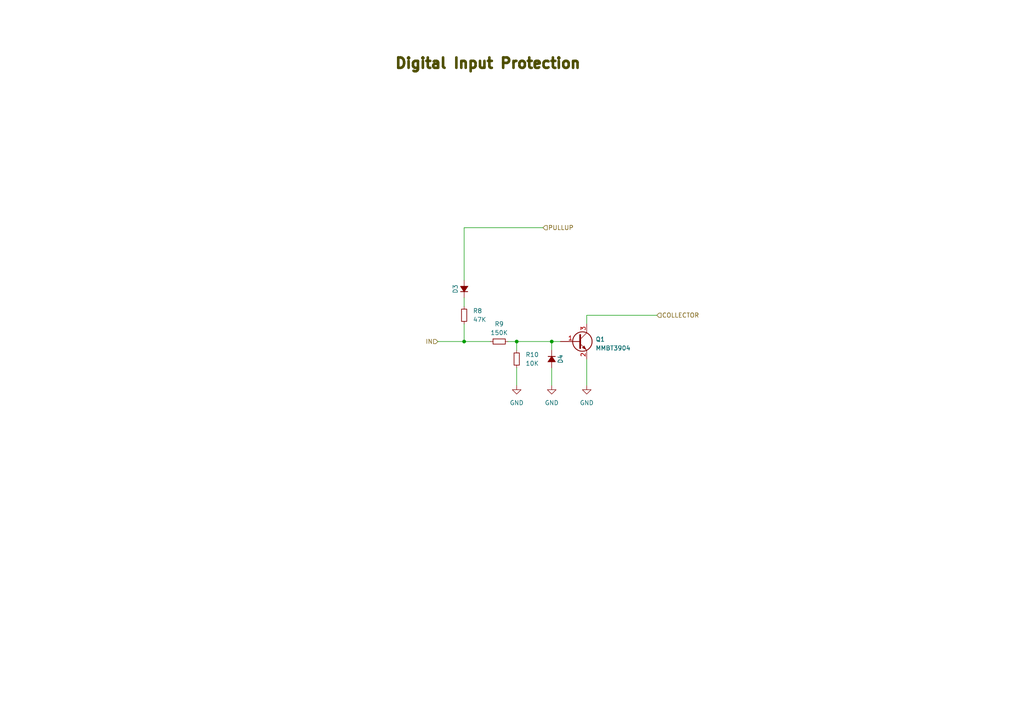
<source format=kicad_sch>
(kicad_sch (version 20230121) (generator eeschema)
  (paper "A4")
  (title_block (title "Digital Input Protection") (date "2023-06-29") (rev "R1"))
  (lib_symbols
    (symbol "Device:D_Small_Filled" (pin_numbers hide) (pin_names (offset 0.254) hide)
      (property "Reference" "D" (at -1.27 2.032 0))
      (property "Value" "D_Small_Filled" (at -3.81 -2.032 0))
      (property "Sim.Device" "D" (at 0 0 0))
      (property "Sim.Pins" "1=K 2=A" (at 0 0 0))
      (symbol "D_Small_Filled_0_1"
        (polyline (pts (xy -0.762 -1.016) (xy -0.762 1.016)) (stroke (width 0.254)))
        (polyline (pts (xy -0.762 0) (xy 0.762 0)))
        (polyline (pts (xy 0.762 -1.016) (xy -0.762 0) (xy 0.762 1.016) (xy 0.762 -1.016)) (stroke (width 0.254)) (fill (type outline)))
      )
      (symbol "D_Small_Filled_1_1"
        (pin passive line (at -2.54 0 0) (length 1.778) (name "K") (number "1"))
        (pin passive line (at 2.54 0 180) (length 1.778) (name "A") (number "2"))
      )
    )
    (symbol "Device:R_Small" (pin_numbers hide) (pin_names (offset 0.254) hide)
      (property "Reference" "R" (at 0.762 0.508 0))
      (property "Value" "R_Small" (at 0.762 -1.016 0))
      (symbol "R_Small_0_1"
        (rectangle (start -0.762 1.778) (end 0.762 -1.778) (stroke (width 0.2032)))
      )
      (symbol "R_Small_1_1"
        (pin passive line (at 0 2.54 270) (length 0.762) (name "~") (number "1"))
        (pin passive line (at 0 -2.54 90) (length 0.762) (name "~") (number "2"))
      )
    )
    (symbol "Transistor_BJT:MMBT3904" (pin_names (offset 0) hide)
      (property "Reference" "Q" (at 5.08 1.905 0))
      (property "Value" "MMBT3904" (at 5.08 0 0))
      (symbol "MMBT3904_0_1"
        (polyline (pts (xy 0.635 0.635) (xy 2.54 2.54)))
        (polyline (pts (xy 0.635 -0.635) (xy 2.54 -2.54) (xy 2.54 -2.54)))
        (polyline (pts (xy 0.635 1.905) (xy 0.635 -1.905) (xy 0.635 -1.905)) (stroke (width 0.508)))
        (polyline (pts (xy 1.27 -1.778) (xy 1.778 -1.27) (xy 2.286 -2.286) (xy 1.27 -1.778) (xy 1.27 -1.778)) (fill (type outline)))
        (circle (center 1.27 0) (radius 2.8194) (stroke (width 0.254)))
      )
      (symbol "MMBT3904_1_1"
        (pin input line (at -5.08 0 0) (length 5.715) (name "B") (number "1"))
        (pin passive line (at 2.54 -5.08 90) (length 2.54) (name "E") (number "2"))
        (pin passive line (at 2.54 5.08 270) (length 2.54) (name "C") (number "3"))
      )
    )
    (symbol "power:GND" (power) (pin_names (offset 0))
      (property "Value" "GND" (at 0 -3.81 0))
      (symbol "GND_0_1"
        (polyline (pts (xy 0 0) (xy 0 -1.27) (xy 1.27 -1.27) (xy 0 -2.54) (xy -1.27 -1.27) (xy 0 -1.27)))
      )
      (symbol "GND_1_1"
        (pin power_in line (at 0 0 270) (length 0) hide (name "GND") (number "1"))
      )
    )
  )
  (junction (at 160.02 99.06))
  (junction (at 149.86 99.06))
  (junction (at 134.62 99.06))
  (wire (pts (xy 147.32 99.06) (xy 149.86 99.06)))
  (wire (pts (xy 170.18 91.44) (xy 170.18 93.98)))
  (wire (pts (xy 149.86 106.68) (xy 149.86 111.76)))
  (wire (pts (xy 134.62 99.06) (xy 142.24 99.06)))
  (wire (pts (xy 134.62 66.04) (xy 134.62 81.28)))
  (wire (pts (xy 127 99.06) (xy 134.62 99.06)))
  (wire (pts (xy 149.86 99.06) (xy 160.02 99.06)))
  (wire (pts (xy 160.02 106.68) (xy 160.02 111.76)))
  (wire (pts (xy 170.18 91.44) (xy 190.5 91.44)))
  (wire (pts (xy 160.02 99.06) (xy 160.02 101.6)))
  (wire (pts (xy 134.62 66.04) (xy 157.48 66.04)))
  (wire (pts (xy 149.86 99.06) (xy 149.86 101.6)))
  (wire (pts (xy 170.18 104.14) (xy 170.18 111.76)))
  (wire (pts (xy 160.02 99.06) (xy 162.56 99.06)))
  (wire (pts (xy 134.62 93.98) (xy 134.62 99.06)))
  (wire (pts (xy 134.62 86.36) (xy 134.62 88.9)))
  (text "${TITLE}" (at 114.3 20.32 0) (effects (font (size 3 3) (thickness 0.8) bold) (justify left bottom)))
  (hierarchical_label "COLLECTOR" (shape input) (at 190.5 91.44 0))
  (hierarchical_label "IN" (shape input) (at 127 99.06 180))
  (hierarchical_label "PULLUP" (shape input) (at 157.48 66.04 0))
  (symbol (lib_id "Device:R_Small") (at 134.62 91.44 180) (unit 1)
    (property "Reference" "R8" (at 137.16 90.17 0) (effects (justify right)))
    (property "Value" "47K" (at 137.16 92.71 0) (effects (justify right)))
    (property "Footprint" "Resistor_SMD:R_0603_1608Metric" (effects hide))
    (instances (project "serial_io_expander" (path "" (reference "R8") (unit 1)) (path "" (reference "R15") (unit 1)) (path "" (reference "R18") (unit 1)) (path "" (reference "R21") (unit 1)) (path "" (reference "R24") (unit 1)) (path "" (reference "R27") (unit 1)) (path "" (reference "R30") (unit 1)) (path "" (reference "R36") (unit 1)) (path "" (reference "R39") (unit 1)) (path "" (reference "R42") (unit 1)) (path "" (reference "R45") (unit 1)) (path "" (reference "R48") (unit 1)) (path "" (reference "R51") (unit 1)) (path "" (reference "R54") (unit 1)) (path "" (reference "R60") (unit 1)) (path "" (reference "R63") (unit 1)) (path "" (reference "R66") (unit 1)) (path "" (reference "R69") (unit 1)) (path "" (reference "R33") (unit 1)) (path "" (reference "R57") (unit 1))))
  )
  (symbol (lib_id "power:GND") (at 149.86 111.76 0) (unit 1)
    (property "Reference" "#PWR0103" (effects hide))
    (property "Value" "GND" (at 149.86 116.84 0))
    (instances (project "serial_io_expander" (path "" (reference "#PWR0103") (unit 1)) (path "" (reference "#PWR0107") (unit 1)) (path "" (reference "#PWR0110") (unit 1)) (path "" (reference "#PWR0113") (unit 1)) (path "" (reference "#PWR0116") (unit 1)) (path "" (reference "#PWR0119") (unit 1)) (path "" (reference "#PWR0122") (unit 1)) (path "" (reference "#PWR0128") (unit 1)) (path "" (reference "#PWR0131") (unit 1)) (path "" (reference "#PWR0134") (unit 1)) (path "" (reference "#PWR0137") (unit 1)) (path "" (reference "#PWR0140") (unit 1)) (path "" (reference "#PWR0143") (unit 1)) (path "" (reference "#PWR0146") (unit 1)) (path "" (reference "#PWR0152") (unit 1)) (path "" (reference "#PWR0155") (unit 1)) (path "" (reference "#PWR0158") (unit 1)) (path "" (reference "#PWR0161") (unit 1)) (path "" (reference "#PWR0125") (unit 1)) (path "" (reference "#PWR0149") (unit 1))))
  )
  (symbol (lib_id "Device:D_Small_Filled") (at 134.62 83.82 90) (unit 1)
    (property "Reference" "D3" (at 132.08 83.82 0))
    (property "Value" "1N4148WX-TP" (effects hide))
    (property "Footprint" "Diode_SMD:D_SOD-323" (effects hide))
    (property "PartkeeprID" "60" (effects hide))
    (instances (project "serial_io_expander" (path "" (reference "D3") (unit 1)) (path "" (reference "D6") (unit 1)) (path "" (reference "D8") (unit 1)) (path "" (reference "D10") (unit 1)) (path "" (reference "D12") (unit 1)) (path "" (reference "D14") (unit 1)) (path "" (reference "D16") (unit 1)) (path "" (reference "D20") (unit 1)) (path "" (reference "D22") (unit 1)) (path "" (reference "D24") (unit 1)) (path "" (reference "D26") (unit 1)) (path "" (reference "D28") (unit 1)) (path "" (reference "D30") (unit 1)) (path "" (reference "D32") (unit 1)) (path "" (reference "D36") (unit 1)) (path "" (reference "D38") (unit 1)) (path "" (reference "D40") (unit 1)) (path "" (reference "D42") (unit 1)) (path "" (reference "D18") (unit 1)) (path "" (reference "D34") (unit 1))))
  )
  (symbol (lib_id "power:GND") (at 160.02 111.76 0) (unit 1)
    (property "Reference" "#PWR0102" (effects hide))
    (property "Value" "GND" (at 160.02 116.84 0))
    (instances (project "serial_io_expander" (path "" (reference "#PWR0102") (unit 1)) (path "" (reference "#PWR0106") (unit 1)) (path "" (reference "#PWR0109") (unit 1)) (path "" (reference "#PWR0112") (unit 1)) (path "" (reference "#PWR0115") (unit 1)) (path "" (reference "#PWR0118") (unit 1)) (path "" (reference "#PWR0121") (unit 1)) (path "" (reference "#PWR0127") (unit 1)) (path "" (reference "#PWR0130") (unit 1)) (path "" (reference "#PWR0133") (unit 1)) (path "" (reference "#PWR0136") (unit 1)) (path "" (reference "#PWR0139") (unit 1)) (path "" (reference "#PWR0142") (unit 1)) (path "" (reference "#PWR0145") (unit 1)) (path "" (reference "#PWR0151") (unit 1)) (path "" (reference "#PWR0154") (unit 1)) (path "" (reference "#PWR0157") (unit 1)) (path "" (reference "#PWR0160") (unit 1)) (path "" (reference "#PWR0124") (unit 1)) (path "" (reference "#PWR0148") (unit 1))))
  )
  (symbol (lib_id "Device:R_Small") (at 144.78 99.06 90) (unit 1)
    (property "Reference" "R9" (at 144.78 93.98 90))
    (property "Value" "150K" (at 144.78 96.52 90))
    (property "Footprint" "Resistor_SMD:R_0603_1608Metric" (effects hide))
    (instances (project "serial_io_expander" (path "" (reference "R9") (unit 1)) (path "" (reference "R16") (unit 1)) (path "" (reference "R19") (unit 1)) (path "" (reference "R22") (unit 1)) (path "" (reference "R25") (unit 1)) (path "" (reference "R28") (unit 1)) (path "" (reference "R31") (unit 1)) (path "" (reference "R37") (unit 1)) (path "" (reference "R40") (unit 1)) (path "" (reference "R43") (unit 1)) (path "" (reference "R46") (unit 1)) (path "" (reference "R49") (unit 1)) (path "" (reference "R52") (unit 1)) (path "" (reference "R55") (unit 1)) (path "" (reference "R61") (unit 1)) (path "" (reference "R64") (unit 1)) (path "" (reference "R67") (unit 1)) (path "" (reference "R70") (unit 1)) (path "" (reference "R34") (unit 1)) (path "" (reference "R58") (unit 1))))
  )
  (symbol (lib_id "Device:R_Small") (at 149.86 104.14 180) (unit 1)
    (property "Reference" "R10" (at 152.4 102.87 0) (effects (justify right)))
    (property "Value" "10K" (at 152.4 105.41 0) (effects (justify right)))
    (property "Footprint" "Resistor_SMD:R_0603_1608Metric" (effects hide))
    (instances (project "serial_io_expander" (path "" (reference "R10") (unit 1)) (path "" (reference "R17") (unit 1)) (path "" (reference "R20") (unit 1)) (path "" (reference "R23") (unit 1)) (path "" (reference "R26") (unit 1)) (path "" (reference "R29") (unit 1)) (path "" (reference "R32") (unit 1)) (path "" (reference "R38") (unit 1)) (path "" (reference "R41") (unit 1)) (path "" (reference "R44") (unit 1)) (path "" (reference "R47") (unit 1)) (path "" (reference "R50") (unit 1)) (path "" (reference "R53") (unit 1)) (path "" (reference "R56") (unit 1)) (path "" (reference "R62") (unit 1)) (path "" (reference "R65") (unit 1)) (path "" (reference "R68") (unit 1)) (path "" (reference "R71") (unit 1)) (path "" (reference "R35") (unit 1)) (path "" (reference "R59") (unit 1))))
  )
  (symbol (lib_id "Transistor_BJT:MMBT3904") (at 167.64 99.06 0) (unit 1)
    (property "Reference" "Q1" (at 172.72 98.425 0) (effects (justify left)))
    (property "Value" "MMBT3904" (at 172.72 100.965 0) (effects (justify left)))
    (property "Footprint" "Package_TO_SOT_SMD:SOT-23" (effects hide))
    (property "Datasheet" "https://www.onsemi.com/pub/Collateral/2N3903-D.PDF" (effects hide))
    (property "Order Code" "833-MMBT3904-TP " (effects hide))
    (property "Part No" "MMBT3904-TP" (effects hide))
    (property "Supplier" "Mouser" (effects hide))
    (instances (project "serial_io_expander" (path "" (reference "Q1") (unit 1)) (path "" (reference "Q4") (unit 1)) (path "" (reference "Q5") (unit 1)) (path "" (reference "Q6") (unit 1)) (path "" (reference "Q7") (unit 1)) (path "" (reference "Q8") (unit 1)) (path "" (reference "Q9") (unit 1)) (path "" (reference "Q11") (unit 1)) (path "" (reference "Q12") (unit 1)) (path "" (reference "Q13") (unit 1)) (path "" (reference "Q14") (unit 1)) (path "" (reference "Q15") (unit 1)) (path "" (reference "Q16") (unit 1)) (path "" (reference "Q17") (unit 1)) (path "" (reference "Q19") (unit 1)) (path "" (reference "Q20") (unit 1)) (path "" (reference "Q21") (unit 1)) (path "" (reference "Q22") (unit 1)) (path "" (reference "Q10") (unit 1)) (path "" (reference "Q18") (unit 1))))
  )
  (symbol (lib_id "power:GND") (at 170.18 111.76 0) (unit 1)
    (property "Reference" "#PWR0101" (effects hide))
    (property "Value" "GND" (at 170.18 116.84 0))
    (instances (project "serial_io_expander" (path "" (reference "#PWR0101") (unit 1)) (path "" (reference "#PWR0105") (unit 1)) (path "" (reference "#PWR0108") (unit 1)) (path "" (reference "#PWR0111") (unit 1)) (path "" (reference "#PWR0114") (unit 1)) (path "" (reference "#PWR0117") (unit 1)) (path "" (reference "#PWR0120") (unit 1)) (path "" (reference "#PWR0126") (unit 1)) (path "" (reference "#PWR0129") (unit 1)) (path "" (reference "#PWR0132") (unit 1)) (path "" (reference "#PWR0135") (unit 1)) (path "" (reference "#PWR0138") (unit 1)) (path "" (reference "#PWR0141") (unit 1)) (path "" (reference "#PWR0144") (unit 1)) (path "" (reference "#PWR0150") (unit 1)) (path "" (reference "#PWR0153") (unit 1)) (path "" (reference "#PWR0156") (unit 1)) (path "" (reference "#PWR0159") (unit 1)) (path "" (reference "#PWR0123") (unit 1)) (path "" (reference "#PWR0147") (unit 1))))
  )
  (symbol (lib_id "Device:D_Small_Filled") (at 160.02 104.14 270) (unit 1)
    (property "Reference" "D4" (at 162.56 104.14 0))
    (property "Value" "1N4148WX-TP" (effects hide))
    (property "Footprint" "Diode_SMD:D_SOD-323" (effects hide))
    (property "PartkeeprID" "60" (effects hide))
    (instances (project "serial_io_expander" (path "" (reference "D4") (unit 1)) (path "" (reference "D7") (unit 1)) (path "" (reference "D9") (unit 1)) (path "" (reference "D11") (unit 1)) (path "" (reference "D13") (unit 1)) (path "" (reference "D15") (unit 1)) (path "" (reference "D17") (unit 1)) (path "" (reference "D21") (unit 1)) (path "" (reference "D23") (unit 1)) (path "" (reference "D25") (unit 1)) (path "" (reference "D27") (unit 1)) (path "" (reference "D29") (unit 1)) (path "" (reference "D31") (unit 1)) (path "" (reference "D33") (unit 1)) (path "" (reference "D37") (unit 1)) (path "" (reference "D39") (unit 1)) (path "" (reference "D41") (unit 1)) (path "" (reference "D43") (unit 1)) (path "" (reference "D19") (unit 1)) (path "" (reference "D35") (unit 1))))
  )
)
</source>
